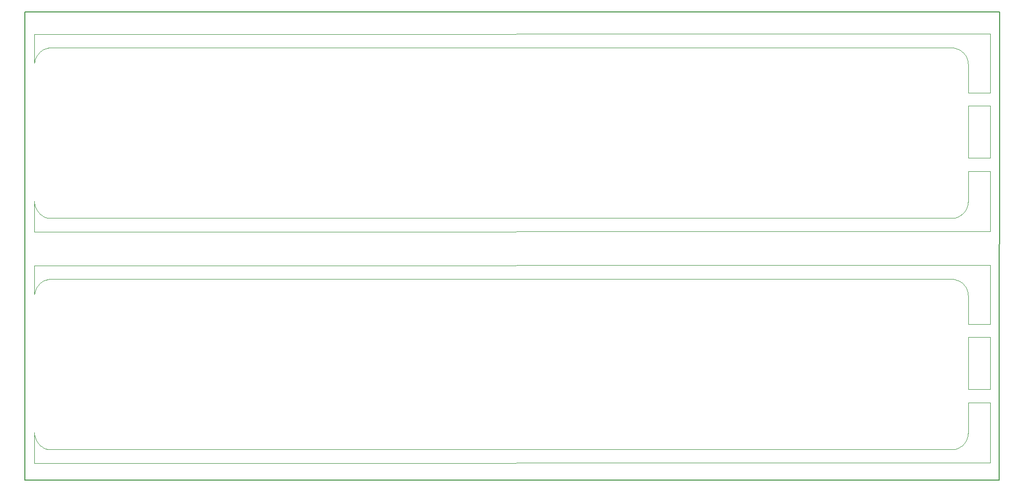
<source format=gbr>
G04 #@! TF.GenerationSoftware,KiCad,Pcbnew,8.0.2*
G04 #@! TF.CreationDate,2024-05-24T17:56:23+01:00*
G04 #@! TF.ProjectId,ruler,72756c65-722e-46b6-9963-61645f706362,rev?*
G04 #@! TF.SameCoordinates,Original*
G04 #@! TF.FileFunction,Profile,NP*
%FSLAX45Y45*%
G04 Gerber Fmt 4.5, Leading zero omitted, Abs format (unit mm)*
G04 Created by KiCad (PCBNEW 8.0.2) date 2024-05-24 17:56:23*
%MOMM*%
%LPD*%
G01*
G04 APERTURE LIST*
G04 #@! TA.AperFunction,Profile*
%ADD10C,0.150000*%
G04 #@! TD*
G04 #@! TA.AperFunction,Profile*
%ADD11C,0.100000*%
G04 #@! TD*
G04 APERTURE END LIST*
D10*
X22962000Y-16547000D02*
X6363000Y-16547000D01*
X22963000Y-8568000D02*
X22962000Y-16547000D01*
X6363000Y-16547000D02*
X6364000Y-8568000D01*
X6364000Y-8568000D02*
X22963000Y-8568000D01*
D11*
X6521954Y-8946867D02*
X22808876Y-8938654D01*
X6521954Y-12314403D02*
X6523993Y-11794718D01*
X6523993Y-11794718D02*
X6525426Y-11824318D01*
X6525426Y-11824318D02*
X6529670Y-11853036D01*
X6525427Y-9436953D02*
X6521954Y-8946867D01*
X6529670Y-11853036D02*
X6536560Y-11880707D01*
X6529671Y-9408234D02*
X6525427Y-9436953D01*
X6536560Y-11880707D02*
X6545986Y-11907221D01*
X6536561Y-9380563D02*
X6529671Y-9408234D01*
X6545986Y-11907221D02*
X6557782Y-11932466D01*
X6545987Y-9354050D02*
X6536561Y-9380563D01*
X6557782Y-11932466D02*
X6571783Y-11956224D01*
X6557783Y-9328804D02*
X6545987Y-9354050D01*
X6571783Y-11956224D02*
X6587934Y-11978438D01*
X6571784Y-9305047D02*
X6557783Y-9328804D01*
X6587934Y-11978438D02*
X6606014Y-11998888D01*
X6587935Y-9282833D02*
X6571784Y-9305047D01*
X6606014Y-11998888D02*
X6625913Y-12017519D01*
X6606015Y-9262383D02*
X6587935Y-9282833D01*
X6625913Y-12017519D02*
X6647520Y-12034055D01*
X6625914Y-9243752D02*
X6606015Y-9262383D01*
X6647520Y-12034055D02*
X6670671Y-12048497D01*
X6647521Y-9227215D02*
X6625914Y-9243752D01*
X6670671Y-12048497D02*
X6695200Y-12060624D01*
X6670672Y-9212773D02*
X6647521Y-9227215D01*
X6695200Y-12060624D02*
X6720997Y-12070274D01*
X6695201Y-9200647D02*
X6670672Y-9212773D01*
X6720997Y-12070274D02*
X6747952Y-12077384D01*
X6720998Y-9191001D02*
X6695201Y-9200647D01*
X6747952Y-12077384D02*
X6775898Y-12081734D01*
X6747953Y-9183890D02*
X6720998Y-9191001D01*
X6775898Y-12081734D02*
X6804672Y-12083224D01*
X6775899Y-9179535D02*
X6747953Y-9183890D01*
X6804672Y-12083224D02*
X22148465Y-12083224D01*
X6804673Y-9178047D02*
X6775899Y-9179535D01*
X22148465Y-12083224D02*
X22177239Y-12081734D01*
X22148478Y-9178047D02*
X6804673Y-9178047D01*
X22177239Y-12081734D02*
X22205130Y-12077384D01*
X22177252Y-9179535D02*
X22148478Y-9178047D01*
X22205130Y-12077384D02*
X22232085Y-12070274D01*
X22205143Y-9183890D02*
X22177252Y-9179535D01*
X22232085Y-12070274D02*
X22257882Y-12060624D01*
X22232098Y-9191001D02*
X22205143Y-9183890D01*
X22257882Y-12060624D02*
X22282466Y-12048497D01*
X22257895Y-9200647D02*
X22232098Y-9191001D01*
X22282466Y-12048497D02*
X22305617Y-12034055D01*
X22282479Y-9212773D02*
X22257895Y-9200647D01*
X22305617Y-12034055D02*
X22327169Y-12017519D01*
X22305630Y-9227215D02*
X22282479Y-9212773D01*
X22327169Y-12017519D02*
X22347123Y-11998888D01*
X22327182Y-9243752D02*
X22305630Y-9227215D01*
X22347123Y-11998888D02*
X22365203Y-11978438D01*
X22347136Y-9262383D02*
X22327182Y-9243752D01*
X22365203Y-11978438D02*
X22381299Y-11956224D01*
X22365216Y-9282833D02*
X22347136Y-9262383D01*
X22381299Y-11956224D02*
X22395355Y-11932466D01*
X22381312Y-9305047D02*
X22365216Y-9282833D01*
X22395355Y-11932466D02*
X22407151Y-11907221D01*
X22395368Y-9328804D02*
X22381312Y-9305047D01*
X22407151Y-11907221D02*
X22416571Y-11880707D01*
X22407164Y-9354050D02*
X22395368Y-9328804D01*
X22416571Y-11880707D02*
X22423461Y-11853036D01*
X22416584Y-9380563D02*
X22407164Y-9354050D01*
X22423461Y-11853036D02*
X22427701Y-11824318D01*
X22423474Y-9408234D02*
X22416584Y-9380563D01*
X22427701Y-11824318D02*
X22429131Y-11794718D01*
X22427714Y-9436953D02*
X22423474Y-9408234D01*
X22429131Y-11284513D02*
X22429144Y-11284516D01*
X22429131Y-11794718D02*
X22429131Y-11284513D01*
X22429144Y-9466498D02*
X22427714Y-9436953D01*
X22429144Y-9949803D02*
X22429144Y-9466498D01*
X22429144Y-10167027D02*
X22429144Y-10167027D01*
X22429144Y-10167027D02*
X22808876Y-10167027D01*
X22429144Y-11060109D02*
X22429144Y-10167027D01*
X22429144Y-11284516D02*
X22808876Y-11284516D01*
X22808876Y-8938654D02*
X22808876Y-8938654D01*
X22808876Y-8938654D02*
X22808876Y-9949803D01*
X22808876Y-9949803D02*
X22429144Y-9949803D01*
X22808876Y-10167027D02*
X22808876Y-11060109D01*
X22808876Y-11060109D02*
X22429144Y-11060109D01*
X22808876Y-11284516D02*
X22808876Y-12306193D01*
X22808876Y-12306193D02*
X6521954Y-12314403D01*
X6522954Y-12892267D02*
X22809876Y-12884054D01*
X6522954Y-16259803D02*
X6524993Y-15740118D01*
X6524993Y-15740118D02*
X6526426Y-15769718D01*
X6526426Y-15769718D02*
X6530670Y-15798436D01*
X6526427Y-13382353D02*
X6522954Y-12892267D01*
X6530670Y-15798436D02*
X6537560Y-15826107D01*
X6530671Y-13353634D02*
X6526427Y-13382353D01*
X6537560Y-15826107D02*
X6546986Y-15852621D01*
X6537561Y-13325963D02*
X6530671Y-13353634D01*
X6546986Y-15852621D02*
X6558782Y-15877866D01*
X6546987Y-13299450D02*
X6537561Y-13325963D01*
X6558782Y-15877866D02*
X6572783Y-15901624D01*
X6558783Y-13274204D02*
X6546987Y-13299450D01*
X6572783Y-15901624D02*
X6588934Y-15923838D01*
X6572784Y-13250447D02*
X6558783Y-13274204D01*
X6588934Y-15923838D02*
X6607014Y-15944288D01*
X6588935Y-13228233D02*
X6572784Y-13250447D01*
X6607014Y-15944288D02*
X6626913Y-15962919D01*
X6607015Y-13207783D02*
X6588935Y-13228233D01*
X6626913Y-15962919D02*
X6648520Y-15979455D01*
X6626914Y-13189152D02*
X6607015Y-13207783D01*
X6648520Y-15979455D02*
X6671671Y-15993897D01*
X6648521Y-13172615D02*
X6626914Y-13189152D01*
X6671671Y-15993897D02*
X6696200Y-16006024D01*
X6671672Y-13158173D02*
X6648521Y-13172615D01*
X6696200Y-16006024D02*
X6721997Y-16015674D01*
X6696201Y-13146047D02*
X6671672Y-13158173D01*
X6721997Y-16015674D02*
X6748952Y-16022784D01*
X6721998Y-13136401D02*
X6696201Y-13146047D01*
X6748952Y-16022784D02*
X6776898Y-16027134D01*
X6748953Y-13129290D02*
X6721998Y-13136401D01*
X6776898Y-16027134D02*
X6805672Y-16028624D01*
X6776899Y-13124935D02*
X6748953Y-13129290D01*
X6805672Y-16028624D02*
X22149465Y-16028624D01*
X6805673Y-13123447D02*
X6776899Y-13124935D01*
X22149465Y-16028624D02*
X22178239Y-16027134D01*
X22149478Y-13123447D02*
X6805673Y-13123447D01*
X22178239Y-16027134D02*
X22206130Y-16022784D01*
X22178252Y-13124935D02*
X22149478Y-13123447D01*
X22206130Y-16022784D02*
X22233085Y-16015674D01*
X22206143Y-13129290D02*
X22178252Y-13124935D01*
X22233085Y-16015674D02*
X22258882Y-16006024D01*
X22233098Y-13136401D02*
X22206143Y-13129290D01*
X22258882Y-16006024D02*
X22283466Y-15993897D01*
X22258895Y-13146047D02*
X22233098Y-13136401D01*
X22283466Y-15993897D02*
X22306617Y-15979455D01*
X22283479Y-13158173D02*
X22258895Y-13146047D01*
X22306617Y-15979455D02*
X22328169Y-15962919D01*
X22306630Y-13172615D02*
X22283479Y-13158173D01*
X22328169Y-15962919D02*
X22348123Y-15944288D01*
X22328182Y-13189152D02*
X22306630Y-13172615D01*
X22348123Y-15944288D02*
X22366203Y-15923838D01*
X22348136Y-13207783D02*
X22328182Y-13189152D01*
X22366203Y-15923838D02*
X22382299Y-15901624D01*
X22366216Y-13228233D02*
X22348136Y-13207783D01*
X22382299Y-15901624D02*
X22396355Y-15877866D01*
X22382312Y-13250447D02*
X22366216Y-13228233D01*
X22396355Y-15877866D02*
X22408151Y-15852621D01*
X22396368Y-13274204D02*
X22382312Y-13250447D01*
X22408151Y-15852621D02*
X22417571Y-15826107D01*
X22408164Y-13299450D02*
X22396368Y-13274204D01*
X22417571Y-15826107D02*
X22424461Y-15798436D01*
X22417584Y-13325963D02*
X22408164Y-13299450D01*
X22424461Y-15798436D02*
X22428701Y-15769718D01*
X22424474Y-13353634D02*
X22417584Y-13325963D01*
X22428701Y-15769718D02*
X22430131Y-15740118D01*
X22428714Y-13382353D02*
X22424474Y-13353634D01*
X22430131Y-15229913D02*
X22430144Y-15229916D01*
X22430131Y-15740118D02*
X22430131Y-15229913D01*
X22430144Y-13411898D02*
X22428714Y-13382353D01*
X22430144Y-13895203D02*
X22430144Y-13411898D01*
X22430144Y-14112426D02*
X22430144Y-14112426D01*
X22430144Y-14112426D02*
X22809876Y-14112426D01*
X22430144Y-15005509D02*
X22430144Y-14112426D01*
X22430144Y-15229916D02*
X22809876Y-15229916D01*
X22809876Y-12884054D02*
X22809876Y-12884054D01*
X22809876Y-12884054D02*
X22809876Y-13895203D01*
X22809876Y-13895203D02*
X22430144Y-13895203D01*
X22809876Y-14112426D02*
X22809876Y-15005509D01*
X22809876Y-15005509D02*
X22430144Y-15005509D01*
X22809876Y-15229916D02*
X22809876Y-16251593D01*
X22809876Y-16251593D02*
X6522954Y-16259803D01*
M02*

</source>
